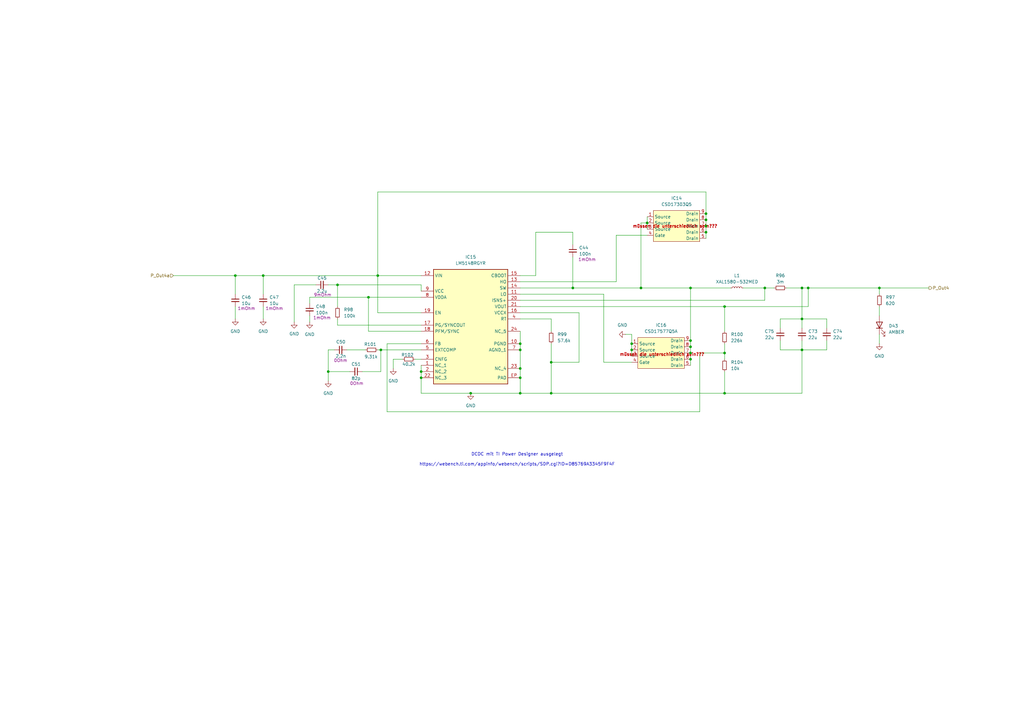
<source format=kicad_sch>
(kicad_sch (version 20231120) (generator "eeschema") (generator_version "8.0")
  (paper "A3")
  (title_block (title "PDU FT25") (date "2024-11-23") (rev "V1.1") (company "Janek Herm") (comment 1 "FaSTTUBe Electronics"))
  (lib_symbols
    (symbol "Device:C_Small" (pin_numbers hide) (pin_names (offset 0.254) hide)
      (property "Reference" "C" (at 0.254 1.778 0))
      (property "Value" "C_Small" (at 0.254 -2.032 0))
      (symbol "C_Small_0_1"
        (polyline (pts (xy -1.524 -0.508) (xy 1.524 -0.508)) (stroke (width 0.3302)))
        (polyline (pts (xy -1.524 0.508) (xy 1.524 0.508)) (stroke (width 0.3048)))
      )
      (symbol "C_Small_1_1"
        (pin passive line (at 0 2.54 270) (length 2.032) (name "~") (number "1"))
        (pin passive line (at 0 -2.54 90) (length 2.032) (name "~") (number "2"))
      )
    )
    (symbol "Device:LED" (pin_numbers hide) (pin_names (offset 1.016) hide)
      (property "Reference" "D" (at 0 2.54 0))
      (property "Value" "LED" (at 0 -2.54 0))
      (symbol "LED_0_1"
        (polyline (pts (xy -1.27 -1.27) (xy -1.27 1.27)) (stroke (width 0.254)))
        (polyline (pts (xy -1.27 0) (xy 1.27 0)))
        (polyline (pts (xy 1.27 -1.27) (xy 1.27 1.27) (xy -1.27 0) (xy 1.27 -1.27)) (stroke (width 0.254)))
        (polyline (pts (xy -3.048 -0.762) (xy -4.572 -2.286) (xy -3.81 -2.286) (xy -4.572 -2.286) (xy -4.572 -1.524)))
        (polyline (pts (xy -1.778 -0.762) (xy -3.302 -2.286) (xy -2.54 -2.286) (xy -3.302 -2.286) (xy -3.302 -1.524)))
      )
      (symbol "LED_1_1"
        (pin passive line (at -3.81 0 0) (length 2.54) (name "K") (number "1"))
        (pin passive line (at 3.81 0 180) (length 2.54) (name "A") (number "2"))
      )
    )
    (symbol "Device:L_Small" (pin_numbers hide) (pin_names (offset 0.254) hide)
      (property "Reference" "L" (at 0.762 1.016 0))
      (property "Value" "L_Small" (at 0.762 -1.016 0))
      (symbol "L_Small_0_1"
        (arc (start 0 -2.032) (mid 0.5058 -1.524) (end 0 -1.016))
        (arc (start 0 -1.016) (mid 0.5058 -0.508) (end 0 0))
        (arc (start 0 0) (mid 0.5058 0.508) (end 0 1.016))
        (arc (start 0 1.016) (mid 0.5058 1.524) (end 0 2.032))
      )
      (symbol "L_Small_1_1"
        (pin passive line (at 0 2.54 270) (length 0.508) (name "~") (number "1"))
        (pin passive line (at 0 -2.54 90) (length 0.508) (name "~") (number "2"))
      )
    )
    (symbol "Device:R_Small" (pin_numbers hide) (pin_names (offset 0.254) hide)
      (property "Reference" "R" (at 0.762 0.508 0))
      (property "Value" "R_Small" (at 0.762 -1.016 0))
      (symbol "R_Small_0_1"
        (rectangle (start -0.762 1.778) (end 0.762 -1.778) (stroke (width 0.2032)))
      )
      (symbol "R_Small_1_1"
        (pin passive line (at 0 2.54 270) (length 0.762) (name "~") (number "1"))
        (pin passive line (at 0 -2.54 90) (length 0.762) (name "~") (number "2"))
      )
    )
    (symbol "FaSTTUBe_microcontrollers:CSD17303Q5"
      (property "Reference" "IC" (at -0.508 5.842 0))
      (property "Value" "CSD17303Q5" (at 0.254 3.81 0))
      (symbol "CSD17303Q5_0_0"
        (pin input line (at -12.7 0 0) (length 2.54) (name "Source") (number "1"))
        (pin input line (at -12.7 -2.54 0) (length 2.54) (name "Source") (number "2"))
        (pin input line (at -12.7 -5.08 0) (length 2.54) (name "Source") (number "3"))
        (pin input line (at -12.7 -7.62 0) (length 2.54) (name "Gate") (number "4"))
        (pin power_out line (at 11.43 -8.89 180) (length 2.54) (name "Drain") (number "5"))
        (pin passive line (at 11.43 -6.35 180) (length 2.54) (name "Drain") (number "6"))
        (pin passive line (at 11.43 -3.81 180) (length 2.54) (name "Drain") (number "7"))
        (pin passive line (at 11.43 -1.27 180) (length 2.54) (name "Drain") (number "8"))
      )
      (symbol "CSD17303Q5_1_1"
        (rectangle (start -10.16 2.54) (end 8.89 -10.16) (fill (type background)))
        (pin passive line (at 11.43 1.27 180) (length 2.54) (name "Drain") (number "9"))
      )
    )
    (symbol "FaSTTUBe_microcontrollers:CSD17577Q5A"
      (property "Reference" "IC" (at -0.508 5.842 0))
      (property "Value" "CSD17577Q5A" (at 0.254 3.81 0))
      (symbol "CSD17577Q5A_0_0"
        (pin input line (at -12.7 0 0) (length 2.54) (name "Source") (number "1"))
        (pin input line (at -12.7 -2.54 0) (length 2.54) (name "Source") (number "2"))
        (pin input line (at -12.7 -5.08 0) (length 2.54) (name "Source") (number "3"))
        (pin input line (at -12.7 -7.62 0) (length 2.54) (name "Gate") (number "4"))
        (pin power_out line (at 11.43 -8.89 180) (length 2.54) (name "Drain") (number "5"))
        (pin passive line (at 11.43 -6.35 180) (length 2.54) (name "Drain") (number "6"))
        (pin passive line (at 11.43 -3.81 180) (length 2.54) (name "Drain") (number "7"))
        (pin passive line (at 11.43 -1.27 180) (length 2.54) (name "Drain") (number "8"))
      )
      (symbol "CSD17577Q5A_1_1"
        (rectangle (start -10.16 2.54) (end 8.89 -10.16) (fill (type background)))
        (pin passive line (at 11.43 1.27 180) (length 2.54) (name "Drain") (number "9"))
      )
    )
    (symbol "LM5148RGYR:LM5148RGYR"
      (property "Reference" "IC" (at 36.83 17.78 0))
      (property "Value" "LM5148RGYR" (at 36.83 15.24 0))
      (symbol "LM5148RGYR_1_1"
        (rectangle (start 5.08 12.7) (end 35.56 -34.29) (stroke (width 0.254)) (fill (type background)))
        (pin passive line (at 0 -26.67 0) (length 5.08) (name "NC_1") (number "1"))
        (pin passive line (at 40.64 -17.78 180) (length 5.08) (name "PGND") (number "10"))
        (pin passive line (at 40.64 2.54 180) (length 5.08) (name "LO") (number "11"))
        (pin passive line (at 0 10.16 0) (length 5.08) (name "VIN") (number "12"))
        (pin passive line (at 40.64 7.62 180) (length 5.08) (name "HO") (number "13"))
        (pin passive line (at 40.64 5.08 180) (length 5.08) (name "SW") (number "14"))
        (pin passive line (at 40.64 10.16 180) (length 5.08) (name "CBOOT") (number "15"))
        (pin passive line (at 40.64 -5.08 180) (length 5.08) (name "VCCX") (number "16"))
        (pin passive line (at 0 -10.16 0) (length 5.08) (name "PG/SYNCOUT") (number "17"))
        (pin passive line (at 0 -12.7 0) (length 5.08) (name "PFM/SYNC") (number "18"))
        (pin passive line (at 0 -5.08 0) (length 5.08) (name "EN") (number "19"))
        (pin passive line (at 0 -29.21 0) (length 5.08) (name "NC_2") (number "2"))
        (pin passive line (at 40.64 0 180) (length 5.08) (name "ISNS+") (number "20"))
        (pin passive line (at 40.64 -2.54 180) (length 5.08) (name "VOUT") (number "21"))
        (pin passive line (at 0 -31.75 0) (length 5.08) (name "NC_3") (number "22"))
        (pin passive line (at 40.64 -27.94 180) (length 5.08) (name "NC_4") (number "23"))
        (pin passive line (at 40.64 -12.7 180) (length 5.08) (name "NC_5") (number "24"))
        (pin passive line (at 0 -24.13 0) (length 5.08) (name "CNFG") (number "3"))
        (pin passive line (at 40.64 -7.62 180) (length 5.08) (name "RT") (number "4"))
        (pin passive line (at 0 -20.32 0) (length 5.08) (name "EXTCOMP") (number "5"))
        (pin passive line (at 0 -17.78 0) (length 5.08) (name "FB") (number "6"))
        (pin passive line (at 40.64 -20.32 180) (length 5.08) (name "AGND_1") (number "7"))
        (pin passive line (at 0 1.27 0) (length 5.08) (name "VDDA") (number "8"))
        (pin passive line (at 0 3.81 0) (length 5.08) (name "VCC") (number "9"))
        (pin passive line (at 40.64 -31.75 180) (length 5.08) (name "PAD") (number "EP"))
      )
    )
    (symbol "power:GND" (power) (pin_numbers hide) (pin_names (offset 0) hide)
      (property "Value" "GND" (at 0 -3.81 0))
      (symbol "GND_0_1"
        (polyline (pts (xy 0 0) (xy 0 -1.27) (xy 1.27 -1.27) (xy 0 -2.54) (xy -1.27 -1.27) (xy 0 -1.27)))
      )
      (symbol "GND_1_1"
        (pin power_in line (at 0 0 270) (length 0) (name "~") (number "1"))
      )
    )
  )
  (junction (at 328.93 118.11))
  (junction (at 172.72 152.4))
  (junction (at 328.93 143.51))
  (junction (at 289.56 87.63))
  (junction (at 172.72 154.94))
  (junction (at 283.21 139.7))
  (junction (at 213.36 161.29))
  (junction (at 360.68 118.11))
  (junction (at 289.56 92.71))
  (junction (at 259.08 143.51))
  (junction (at 107.95 113.03))
  (junction (at 193.04 161.29))
  (junction (at 96.52 113.03))
  (junction (at 213.36 143.51))
  (junction (at 283.21 118.11))
  (junction (at 226.06 161.29))
  (junction (at 151.13 121.92))
  (junction (at 297.18 125.73))
  (junction (at 297.18 144.78))
  (junction (at 262.89 118.11))
  (junction (at 283.21 147.32))
  (junction (at 156.21 143.51))
  (junction (at 289.56 90.17))
  (junction (at 213.36 140.97))
  (junction (at 213.36 151.13))
  (junction (at 313.69 118.11))
  (junction (at 213.36 154.94))
  (junction (at 283.21 144.78))
  (junction (at 283.21 142.24))
  (junction (at 138.43 116.84))
  (junction (at 234.95 118.11))
  (junction (at 154.94 113.03))
  (junction (at 265.43 91.44))
  (junction (at 226.06 148.59))
  (junction (at 289.56 95.25))
  (junction (at 297.18 161.29))
  (junction (at 328.93 130.81))
  (junction (at 259.08 140.97))
  (junction (at 331.47 118.11))
  (junction (at 134.62 152.4))
  (wire (pts (xy 226.06 130.81) (xy 226.06 135.89)))
  (wire (pts (xy 120.65 132.08) (xy 120.65 116.84)))
  (wire (pts (xy 297.18 152.4) (xy 297.18 161.29)))
  (wire (pts (xy 213.36 128.27) (xy 237.49 128.27)))
  (wire (pts (xy 158.75 168.91) (xy 287.02 168.91)))
  (wire (pts (xy 127 121.92) (xy 127 124.46)))
  (wire (pts (xy 262.89 91.44) (xy 262.89 118.11)))
  (wire (pts (xy 226.06 148.59) (xy 226.06 161.29)))
  (wire (pts (xy 172.72 154.94) (xy 172.72 161.29)))
  (wire (pts (xy 328.93 139.7) (xy 328.93 143.51)))
  (wire (pts (xy 360.68 118.11) (xy 381 118.11)))
  (wire (pts (xy 154.94 78.74) (xy 289.56 78.74)))
  (wire (pts (xy 331.47 118.11) (xy 360.68 118.11)))
  (wire (pts (xy 297.18 161.29) (xy 328.93 161.29)))
  (wire (pts (xy 127 121.92) (xy 151.13 121.92)))
  (wire (pts (xy 320.04 134.62) (xy 320.04 130.81)))
  (wire (pts (xy 96.52 113.03) (xy 107.95 113.03)))
  (wire (pts (xy 328.93 143.51) (xy 328.93 161.29)))
  (wire (pts (xy 283.21 144.78) (xy 283.21 147.32)))
  (wire (pts (xy 289.56 92.71) (xy 289.56 90.17)))
  (wire (pts (xy 148.59 152.4) (xy 156.21 152.4)))
  (wire (pts (xy 154.94 113.03) (xy 172.72 113.03)))
  (wire (pts (xy 172.72 128.27) (xy 154.94 128.27)))
  (wire (pts (xy 96.52 125.73) (xy 96.52 130.81)))
  (wire (pts (xy 213.36 161.29) (xy 213.36 154.94)))
  (wire (pts (xy 172.72 140.97) (xy 158.75 140.97)))
  (wire (pts (xy 234.95 95.25) (xy 234.95 100.33)))
  (wire (pts (xy 120.65 116.84) (xy 129.54 116.84)))
  (wire (pts (xy 320.04 143.51) (xy 320.04 139.7)))
  (wire (pts (xy 156.21 152.4) (xy 156.21 143.51)))
  (wire (pts (xy 213.36 130.81) (xy 226.06 130.81)))
  (wire (pts (xy 360.68 137.16) (xy 360.68 140.97)))
  (wire (pts (xy 328.93 130.81) (xy 320.04 130.81)))
  (wire (pts (xy 262.89 118.11) (xy 283.21 118.11)))
  (wire (pts (xy 161.29 151.13) (xy 161.29 147.32)))
  (wire (pts (xy 313.69 118.11) (xy 317.5 118.11)))
  (wire (pts (xy 158.75 140.97) (xy 158.75 168.91)))
  (wire (pts (xy 328.93 130.81) (xy 328.93 134.62)))
  (wire (pts (xy 265.43 91.44) (xy 265.43 93.98)))
  (wire (pts (xy 360.68 125.73) (xy 360.68 129.54)))
  (wire (pts (xy 213.36 143.51) (xy 213.36 151.13)))
  (wire (pts (xy 138.43 133.35) (xy 138.43 130.81)))
  (wire (pts (xy 289.56 97.79) (xy 289.56 95.25)))
  (wire (pts (xy 339.09 134.62) (xy 339.09 130.81)))
  (wire (pts (xy 283.21 118.11) (xy 299.72 118.11)))
  (wire (pts (xy 313.69 123.19) (xy 313.69 118.11)))
  (wire (pts (xy 259.08 146.05) (xy 259.08 143.51)))
  (wire (pts (xy 237.49 148.59) (xy 226.06 148.59)))
  (wire (pts (xy 234.95 118.11) (xy 262.89 118.11)))
  (wire (pts (xy 172.72 161.29) (xy 193.04 161.29)))
  (wire (pts (xy 289.56 87.63) (xy 289.56 78.74)))
  (wire (pts (xy 247.65 148.59) (xy 259.08 148.59)))
  (wire (pts (xy 154.94 113.03) (xy 154.94 78.74)))
  (wire (pts (xy 134.62 143.51) (xy 137.16 143.51)))
  (wire (pts (xy 247.65 120.65) (xy 213.36 120.65)))
  (wire (pts (xy 213.36 118.11) (xy 234.95 118.11)))
  (wire (pts (xy 219.71 113.03) (xy 219.71 95.25)))
  (wire (pts (xy 172.72 152.4) (xy 172.72 154.94)))
  (wire (pts (xy 138.43 125.73) (xy 138.43 116.84)))
  (wire (pts (xy 283.21 142.24) (xy 283.21 144.78)))
  (wire (pts (xy 213.36 154.94) (xy 213.36 151.13)))
  (wire (pts (xy 213.36 113.03) (xy 219.71 113.03)))
  (wire (pts (xy 213.36 135.89) (xy 213.36 140.97)))
  (wire (pts (xy 262.89 91.44) (xy 265.43 91.44)))
  (wire (pts (xy 331.47 118.11) (xy 331.47 125.73)))
  (wire (pts (xy 265.43 88.9) (xy 265.43 91.44)))
  (wire (pts (xy 259.08 143.51) (xy 259.08 140.97)))
  (wire (pts (xy 328.93 118.11) (xy 331.47 118.11)))
  (wire (pts (xy 259.08 140.97) (xy 259.08 137.16)))
  (wire (pts (xy 339.09 139.7) (xy 339.09 143.51)))
  (wire (pts (xy 151.13 135.89) (xy 151.13 121.92)))
  (wire (pts (xy 283.21 118.11) (xy 283.21 139.7)))
  (wire (pts (xy 127 129.54) (xy 127 132.08)))
  (wire (pts (xy 328.93 143.51) (xy 320.04 143.51)))
  (wire (pts (xy 328.93 118.11) (xy 328.93 130.81)))
  (wire (pts (xy 360.68 118.11) (xy 360.68 120.65)))
  (wire (pts (xy 328.93 130.81) (xy 339.09 130.81)))
  (wire (pts (xy 219.71 95.25) (xy 234.95 95.25)))
  (wire (pts (xy 149.86 143.51) (xy 142.24 143.51)))
  (wire (pts (xy 107.95 113.03) (xy 154.94 113.03)))
  (wire (pts (xy 297.18 140.97) (xy 297.18 144.78)))
  (wire (pts (xy 134.62 152.4) (xy 134.62 156.21)))
  (wire (pts (xy 252.73 115.57) (xy 252.73 96.52)))
  (wire (pts (xy 283.21 139.7) (xy 283.21 142.24)))
  (wire (pts (xy 297.18 125.73) (xy 297.18 135.89)))
  (wire (pts (xy 134.62 143.51) (xy 134.62 152.4)))
  (wire (pts (xy 304.8 118.11) (xy 313.69 118.11)))
  (wire (pts (xy 161.29 147.32) (xy 165.1 147.32)))
  (wire (pts (xy 96.52 113.03) (xy 96.52 120.65)))
  (wire (pts (xy 172.72 121.92) (xy 151.13 121.92)))
  (wire (pts (xy 154.94 143.51) (xy 156.21 143.51)))
  (wire (pts (xy 234.95 105.41) (xy 234.95 118.11)))
  (wire (pts (xy 289.56 90.17) (xy 289.56 87.63)))
  (wire (pts (xy 287.02 168.91) (xy 287.02 144.78)))
  (wire (pts (xy 297.18 125.73) (xy 331.47 125.73)))
  (wire (pts (xy 138.43 116.84) (xy 172.72 116.84)))
  (wire (pts (xy 154.94 128.27) (xy 154.94 113.03)))
  (wire (pts (xy 256.54 137.16) (xy 259.08 137.16)))
  (wire (pts (xy 172.72 133.35) (xy 138.43 133.35)))
  (wire (pts (xy 252.73 96.52) (xy 265.43 96.52)))
  (wire (pts (xy 107.95 113.03) (xy 107.95 120.65)))
  (wire (pts (xy 193.04 161.29) (xy 213.36 161.29)))
  (wire (pts (xy 172.72 116.84) (xy 172.72 119.38)))
  (wire (pts (xy 107.95 125.73) (xy 107.95 130.81)))
  (wire (pts (xy 226.06 161.29) (xy 297.18 161.29)))
  (wire (pts (xy 172.72 135.89) (xy 151.13 135.89)))
  (wire (pts (xy 283.21 147.32) (xy 283.21 149.86)))
  (wire (pts (xy 213.36 115.57) (xy 252.73 115.57)))
  (wire (pts (xy 170.18 147.32) (xy 172.72 147.32)))
  (wire (pts (xy 213.36 140.97) (xy 213.36 143.51)))
  (wire (pts (xy 289.56 95.25) (xy 289.56 92.71)))
  (wire (pts (xy 226.06 140.97) (xy 226.06 148.59)))
  (wire (pts (xy 322.58 118.11) (xy 328.93 118.11)))
  (wire (pts (xy 134.62 152.4) (xy 143.51 152.4)))
  (wire (pts (xy 297.18 144.78) (xy 297.18 147.32)))
  (wire (pts (xy 156.21 143.51) (xy 172.72 143.51)))
  (wire (pts (xy 287.02 144.78) (xy 297.18 144.78)))
  (wire (pts (xy 71.12 113.03) (xy 96.52 113.03)))
  (wire (pts (xy 328.93 143.51) (xy 339.09 143.51)))
  (wire (pts (xy 213.36 125.73) (xy 297.18 125.73)))
  (wire (pts (xy 213.36 161.29) (xy 226.06 161.29)))
  (wire (pts (xy 172.72 149.86) (xy 172.72 152.4)))
  (wire (pts (xy 247.65 120.65) (xy 247.65 148.59)))
  (wire (pts (xy 213.36 123.19) (xy 313.69 123.19)))
  (wire (pts (xy 134.62 116.84) (xy 138.43 116.84)))
  (wire (pts (xy 237.49 128.27) (xy 237.49 148.59)))
  (text "müssen die unterschiedlich sein???" (at 276.86 92.964 0) (effects (font (size 1.27 1.27) (thickness 0.254) (bold yes))))
  (text "müssen die unterschiedlich sein???" (at 271.526 145.542 0) (effects (font (size 1.27 1.27) (thickness 0.254) (bold yes))))
  (text "DCDC mit TI Power Designer ausgelegt\n\nhttps://webench.ti.com/appinfo/webench/scripts/SDP.cgi?ID=D85769A3345F9F4F" (at 212.09 188.468 0) (effects (font (size 1.27 1.27))))
  (hierarchical_label "P_Out4" (shape output) (at 381 118.11 0))
  (hierarchical_label "P_Out4a" (shape input) (at 71.12 113.03 180))
  (symbol (lib_id "power:GND") (at 256.54 137.16 270) (unit 1)
    (property "Reference" "#PWR0140" (effects (hide yes)))
    (property "Value" "GND" (at 255.27 133.35 90))
    (property "Description" "Power symbol creates a global label with name \"GND\" , ground" (effects (hide yes)))
  )
  (symbol (lib_id "Device:R_Small") (at 152.4 143.51 270) (unit 1)
    (property "Reference" "R101" (at 154.4319 141.224 90) (effects (justify right)))
    (property "Value" "9.31k" (at 154.9399 146.304 90) (effects (justify right)))
    (property "Footprint" "Resistor_SMD:R_0603_1608Metric_Pad0.98x0.95mm_HandSolder" (effects (hide yes)))
    (property "Description" "Resistor, small symbol" (effects (hide yes)))
  )
  (symbol (lib_id "Device:C_Small") (at 339.09 137.16 0) (unit 1)
    (property "Reference" "C74" (at 341.63 135.8962 0) (effects (justify left)))
    (property "Value" "22u" (at 341.63 138.4362 0) (effects (justify left)))
    (property "Description" "Unpolarized capacitor, small symbol" (effects (hide yes)))
    (property "MPR" "CGA6P3X7R1E226M" (effects (hide yes)))
  )
  (symbol (lib_id "Device:R_Small") (at 226.06 138.43 180) (unit 1)
    (property "Reference" "R99" (at 228.6 137.1599 0) (effects (justify right)))
    (property "Value" "57.6k" (at 228.6 139.6999 0) (effects (justify right)))
    (property "Footprint" "Resistor_SMD:R_0603_1608Metric_Pad0.98x0.95mm_HandSolder" (effects (hide yes)))
    (property "Description" "Resistor, small symbol" (effects (hide yes)))
  )
  (symbol (lib_id "power:GND") (at 360.68 140.97 0) (unit 1)
    (property "Reference" "#PWR0141" (effects (hide yes)))
    (property "Value" "GND" (at 360.68 146.05 0))
    (property "Description" "Power symbol creates a global label with name \"GND\" , ground" (effects (hide yes)))
  )
  (symbol (lib_id "Device:R_Small") (at 167.64 147.32 90) (unit 1)
    (property "Reference" "R102" (at 169.6719 145.542 90) (effects (justify left)))
    (property "Value" "40.2k" (at 170.4339 149.352 90) (effects (justify left)))
    (property "Footprint" "Resistor_SMD:R_0603_1608Metric_Pad0.98x0.95mm_HandSolder" (effects (hide yes)))
    (property "Description" "Resistor, small symbol" (effects (hide yes)))
  )
  (symbol (lib_id "Device:C_Small") (at 139.7 143.51 90) (unit 1)
    (property "Reference" "C50" (at 141.7382 140.208 90) (effects (justify left)))
    (property "Value" "2.2n" (at 141.9922 146.05 90) (effects (justify left)))
    (property "Footprint" "Capacitor_SMD:C_0805_2012Metric_Pad1.18x1.45mm_HandSolder" (effects (hide yes)))
    (property "Description" "Unpolarized capacitor, small symbol" (effects (hide yes)))
    (property "Resistance" "0Ohm" (at 139.7 147.828 90))
  )
  (symbol (lib_id "Device:C_Small") (at 320.04 137.16 0) (mirror y) (unit 1)
    (property "Reference" "C75" (at 317.5 135.8962 0) (effects (justify left)))
    (property "Value" "22u" (at 317.5 138.4362 0) (effects (justify left)))
    (property "Description" "Unpolarized capacitor, small symbol" (effects (hide yes)))
    (property "MPR" "CGA6P3X7R1E226M" (effects (hide yes)))
  )
  (symbol (lib_id "FaSTTUBe_microcontrollers:CSD17303Q5") (at 278.13 88.9 0) (unit 1)
    (property "Reference" "IC14" (at 277.495 81.28 0))
    (property "Value" "CSD17303Q5" (at 277.495 83.82 0))
    (property "Footprint" "CSD17303Q5:CSD17303Q5" (effects (hide yes)))
    (property "Datasheet" "https://www.ti.com/lit/ds/symlink/csd17303q5.pdf" (effects (hide yes)))
  )
  (symbol (lib_id "power:GND") (at 134.62 156.21 0) (unit 1)
    (property "Reference" "#PWR0144" (effects (hide yes)))
    (property "Value" "GND" (at 134.62 161.29 0))
    (property "Description" "Power symbol creates a global label with name \"GND\" , ground" (effects (hide yes)))
  )
  (symbol (lib_id "Device:L_Small") (at 302.26 118.11 90) (unit 1)
    (property "Reference" "L1" (at 302.26 113.03 90))
    (property "Value" "XAL1580-532MED" (at 302.26 115.57 90))
    (property "Footprint" "Inductor_SMD:L_Coilcraft_XAL1580-532" (effects (hide yes)))
    (property "Datasheet" "https://www.coilcraft.com/getmedia/7fdfd306-5217-4ddc-b6b7-a2659ceeb6e3/xal1580.pdf" (effects (hide yes)))
    (property "Description" "Inductor, small symbol" (effects (hide yes)))
  )
  (symbol (lib_id "Device:R_Small") (at 360.68 123.19 0) (unit 1)
    (property "Reference" "R97" (at 363.22 121.9199 0) (effects (justify left)))
    (property "Value" "620" (at 363.22 124.4599 0) (effects (justify left)))
    (property "Description" "Resistor, small symbol" (effects (hide yes)))
  )
  (symbol (lib_id "Device:R_Small") (at 297.18 138.43 0) (unit 1)
    (property "Reference" "R100" (at 299.72 137.1599 0) (effects (justify left)))
    (property "Value" "226k" (at 299.72 139.6999 0) (effects (justify left)))
    (property "Footprint" "Resistor_SMD:R_0603_1608Metric_Pad0.98x0.95mm_HandSolder" (effects (hide yes)))
    (property "Description" "Resistor, small symbol" (effects (hide yes)))
  )
  (symbol (lib_id "power:GND") (at 127 132.08 0) (unit 1)
    (property "Reference" "#PWR0139" (effects (hide yes)))
    (property "Value" "GND" (at 127 137.16 0))
    (property "Description" "Power symbol creates a global label with name \"GND\" , ground" (effects (hide yes)))
  )
  (symbol (lib_id "Device:R_Small") (at 138.43 128.27 0) (unit 1)
    (property "Reference" "R98" (at 140.97 126.9999 0) (effects (justify left)))
    (property "Value" "100k" (at 140.97 129.5399 0) (effects (justify left)))
    (property "Footprint" "Resistor_SMD:R_0603_1608Metric_Pad0.98x0.95mm_HandSolder" (effects (hide yes)))
    (property "Description" "Resistor, small symbol" (effects (hide yes)))
  )
  (symbol (lib_id "Device:C_Small") (at 146.05 152.4 270) (unit 1)
    (property "Reference" "C51" (at 146.0436 149.352 90))
    (property "Value" "82p" (at 146.0436 155.194 90))
    (property "Footprint" "Capacitor_SMD:C_0805_2012Metric_Pad1.18x1.45mm_HandSolder" (effects (hide yes)))
    (property "Description" "Unpolarized capacitor, small symbol" (effects (hide yes)))
    (property "Resistance" "0Ohm" (at 146.304 157.226 90))
  )
  (symbol (lib_id "FaSTTUBe_microcontrollers:CSD17577Q5A") (at 271.78 140.97 0) (unit 1)
    (property "Reference" "IC16" (at 271.145 133.35 0))
    (property "Value" "CSD17577Q5A" (at 271.145 135.89 0))
    (property "Footprint" "CSD17303Q5:CSD17303Q5" (effects (hide yes)))
    (property "Datasheet" "https://www.ti.com/lit/ds/symlink/csd17577q5a.pdf" (effects (hide yes)))
  )
  (symbol (lib_id "LM5148RGYR:LM5148RGYR") (at 172.72 123.19 0) (unit 1)
    (property "Reference" "IC15" (at 193.04 105.41 0))
    (property "Value" "LM5148RGYR" (at 193.04 107.95 0))
    (property "Footprint" "LM5148RGY:LM5148RGYR" (effects (hide yes)))
    (property "Datasheet" "https://www.ti.com/lit/ds/symlink/lm5148.pdf?ts=1680990210570&ref_url=https%253A%252F%252Fwww.ti.com%252Fproduct%252FLM5148" (effects (hide yes)))
    (property "Description" "Switching Controllers 3.5-V to 80-V, current mode synchronous buck controller" (effects (hide yes)))
    (property "Height" "1" (effects (hide yes)))
    (property "Mouser Part Number" "595-LM5148RGYR" (effects (hide yes)))
    (property "Mouser Price/Stock" "https://www.mouser.co.uk/ProductDetail/Texas-Instruments/LM5148RGYR?qs=Jm2GQyTW%2FbgsJOyzcNbTmw%3D%3D" (effects (hide yes)))
    (property "Manufacturer_Name" "Texas Instruments" (effects (hide yes)))
    (property "Manufacturer_Part_Number" "LM5148RGYR" (effects (hide yes)))
  )
  (symbol (lib_id "Device:R_Small") (at 297.18 149.86 0) (unit 1)
    (property "Reference" "R104" (at 299.72 148.5899 0) (effects (justify left)))
    (property "Value" "10k" (at 299.72 151.1299 0) (effects (justify left)))
    (property "Footprint" "Resistor_SMD:R_0603_1608Metric_Pad0.98x0.95mm_HandSolder" (effects (hide yes)))
    (property "Description" "Resistor, small symbol" (effects (hide yes)))
  )
  (symbol (lib_id "power:GND") (at 107.95 130.81 0) (unit 1)
    (property "Reference" "#PWR0137" (effects (hide yes)))
    (property "Value" "GND" (at 107.95 135.89 0))
    (property "Description" "Power symbol creates a global label with name \"GND\" , ground" (effects (hide yes)))
  )
  (symbol (lib_id "power:GND") (at 96.52 130.81 0) (unit 1)
    (property "Reference" "#PWR0136" (effects (hide yes)))
    (property "Value" "GND" (at 96.52 135.89 0))
    (property "Description" "Power symbol creates a global label with name \"GND\" , ground" (effects (hide yes)))
  )
  (symbol (lib_id "power:GND") (at 193.04 161.29 0) (unit 1)
    (property "Reference" "#PWR0145" (effects (hide yes)))
    (property "Value" "GND" (at 193.04 166.37 0))
    (property "Description" "Power symbol creates a global label with name \"GND\" , ground" (effects (hide yes)))
  )
  (symbol (lib_id "Device:C_Small") (at 132.08 116.84 90) (unit 1)
    (property "Reference" "C45" (at 132.0863 114.046 90))
    (property "Value" "2.2u" (at 132.0863 119.38 90))
    (property "Footprint" "Capacitor_SMD:C_0603_1608Metric_Pad1.08x0.95mm_HandSolder" (effects (hide yes)))
    (property "Description" "Unpolarized capacitor, small symbol" (effects (hide yes)))
    (property "Resistance" "9mOhm" (at 132.334 120.904 90))
  )
  (symbol (lib_id "Device:C_Small") (at 328.93 137.16 0) (unit 1)
    (property "Reference" "C73" (at 331.47 135.8962 0) (effects (justify left)))
    (property "Value" "22u" (at 331.47 138.4362 0) (effects (justify left)))
    (property "Description" "Unpolarized capacitor, small symbol" (effects (hide yes)))
    (property "MPR" "CGA6P3X7R1E226M" (effects (hide yes)))
  )
  (symbol (lib_id "Device:C_Small") (at 107.95 123.19 0) (unit 1)
    (property "Reference" "C47" (at 110.49 121.9262 0) (effects (justify left)))
    (property "Value" "10u" (at 110.49 124.4662 0) (effects (justify left)))
    (property "Footprint" "Capacitor_SMD:C_1210_3225Metric_Pad1.33x2.70mm_HandSolder" (effects (hide yes)))
    (property "Description" "Unpolarized capacitor, small symbol" (effects (hide yes)))
    (property "Resistance" "1mOhm" (at 112.522 126.492 0))
  )
  (symbol (lib_id "Device:R_Small") (at 320.04 118.11 90) (unit 1)
    (property "Reference" "R96" (at 320.04 113.03 90))
    (property "Value" "3m" (at 320.04 115.57 90))
    (property "Footprint" "Resistor_SMD:R_0603_1608Metric_Pad0.98x0.95mm_HandSolder" (effects (hide yes)))
    (property "Description" "Resistor, small symbol" (effects (hide yes)))
  )
  (symbol (lib_id "Device:C_Small") (at 127 127 0) (unit 1)
    (property "Reference" "C48" (at 129.54 125.7362 0) (effects (justify left)))
    (property "Value" "100n" (at 129.54 128.2762 0) (effects (justify left)))
    (property "Footprint" "Capacitor_SMD:C_0402_1005Metric_Pad0.74x0.62mm_HandSolder" (effects (hide yes)))
    (property "Description" "Unpolarized capacitor, small symbol" (effects (hide yes)))
    (property "Resistance" "1mOhm" (at 132.08 130.302 0))
  )
  (symbol (lib_id "Device:C_Small") (at 234.95 102.87 0) (unit 1)
    (property "Reference" "C44" (at 237.49 101.6062 0) (effects (justify left)))
    (property "Value" "100n" (at 237.49 104.1462 0) (effects (justify left)))
    (property "Footprint" "Capacitor_SMD:C_0402_1005Metric_Pad0.74x0.62mm_HandSolder" (effects (hide yes)))
    (property "Description" "Unpolarized capacitor, small symbol" (effects (hide yes)))
    (property "Resistance" "1mOhm" (at 240.792 106.426 0))
  )
  (symbol (lib_id "Device:C_Small") (at 96.52 123.19 0) (unit 1)
    (property "Reference" "C46" (at 99.06 121.9262 0) (effects (justify left)))
    (property "Value" "10u" (at 99.06 124.4662 0) (effects (justify left)))
    (property "Footprint" "Capacitor_SMD:C_1210_3225Metric_Pad1.33x2.70mm_HandSolder" (effects (hide yes)))
    (property "Description" "Unpolarized capacitor, small symbol" (effects (hide yes)))
    (property "Resistance" "1mOhm" (at 101.092 126.492 0))
  )
  (symbol (lib_id "Device:LED") (at 360.68 133.35 90) (unit 1)
    (property "Reference" "D43" (at 364.49 133.6674 90) (effects (justify right)))
    (property "Value" "AMBER" (at 364.49 136.2074 90) (effects (justify right)))
    (property "Datasheet" "https://www.we-online.com/components/products/datasheet/150040AS73240.pdf" (effects (hide yes)))
    (property "Description" "Light emitting diode" (effects (hide yes)))
    (property "Field5" "MPR" (effects (hide yes)))
  )
  (symbol (lib_id "power:GND") (at 120.65 132.08 0) (unit 1)
    (property "Reference" "#PWR0138" (effects (hide yes)))
    (property "Value" "GND" (at 118.618 136.9059 0) (effects (justify left)))
    (property "Description" "Power symbol creates a global label with name \"GND\" , ground" (effects (hide yes)))
  )
  (symbol (lib_id "power:GND") (at 161.29 151.13 0) (unit 1)
    (property "Reference" "#PWR0142" (effects (hide yes)))
    (property "Value" "GND" (at 161.29 156.21 0))
    (property "Description" "Power symbol creates a global label with name \"GND\" , ground" (effects (hide yes)))
  )
)
</source>
